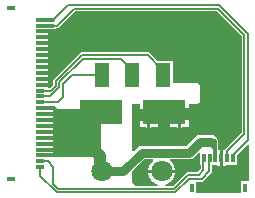
<source format=gtl>
G04*
G04 #@! TF.GenerationSoftware,Altium Limited,Altium Designer,23.10.1 (27)*
G04*
G04 Layer_Physical_Order=1*
G04 Layer_Color=255*
%FSLAX25Y25*%
%MOIN*%
G70*
G04*
G04 #@! TF.SameCoordinates,C1A9210B-CA7C-4178-8FF3-1732785E61EF*
G04*
G04*
G04 #@! TF.FilePolarity,Positive*
G04*
G01*
G75*
%ADD11C,0.00591*%
%ADD12R,0.14173X0.07874*%
%ADD13R,0.01575X0.03150*%
%ADD14R,0.01181X0.03150*%
%ADD15R,0.03150X0.01181*%
%ADD16R,0.03150X0.01575*%
%ADD17R,0.05118X0.07874*%
%ADD25C,0.03937*%
%ADD26C,0.01181*%
%ADD27C,0.03150*%
%ADD28R,0.16043X0.16339*%
%ADD29C,0.07087*%
%ADD30C,0.03543*%
G36*
X36400Y19079D02*
Y-13110D01*
X30956Y-18554D01*
X30760Y-18847D01*
X30734Y-18980D01*
X30126D01*
Y-21555D01*
Y-24130D01*
X31216D01*
Y-23720D01*
X34744D01*
Y-20667D01*
X38298Y-17113D01*
X38760Y-17304D01*
Y-29232D01*
X36122D01*
Y-33248D01*
X21161D01*
Y-29447D01*
X23031D01*
X23377Y-29378D01*
X23670Y-29182D01*
X26229Y-26623D01*
X26425Y-26330D01*
X26494Y-25984D01*
X26494Y-25984D01*
Y-23720D01*
X28035D01*
Y-24130D01*
X29126D01*
Y-21555D01*
Y-18980D01*
X28665D01*
Y-18400D01*
X28665Y-18400D01*
X28665Y-18400D01*
Y-15884D01*
X28573Y-15424D01*
X28312Y-15033D01*
X28312Y-15033D01*
X28203Y-14923D01*
X28081Y-14842D01*
X27841Y-14482D01*
X27124Y-14004D01*
X26280Y-13836D01*
X22539D01*
X21695Y-14004D01*
X20978Y-14482D01*
X17983Y-17477D01*
X3150D01*
X2305Y-17645D01*
X1588Y-18124D01*
X462Y-19250D01*
X0Y-19059D01*
Y-3395D01*
X2543D01*
Y-5799D01*
X18717D01*
Y-3395D01*
X21654D01*
X22106Y-3208D01*
X22160Y-3076D01*
X22166Y-3072D01*
X22384Y-2746D01*
X22460Y-2362D01*
Y2362D01*
X22384Y2746D01*
X22166Y3072D01*
X22160Y3076D01*
X22106Y3208D01*
X21654Y3395D01*
X13386D01*
Y10827D01*
X8364D01*
X5658Y13532D01*
X5365Y13728D01*
X5020Y13797D01*
X-16930D01*
X-16930Y13797D01*
X-17275Y13728D01*
X-17568Y13532D01*
X-26189Y4912D01*
X-26385Y4619D01*
X-26453Y4273D01*
Y2854D01*
X-27420Y1887D01*
X-28134D01*
Y2453D01*
X-30709D01*
Y3453D01*
X-28134D01*
Y4421D01*
X-30709D01*
Y5421D01*
X-28134D01*
Y6390D01*
X-30709D01*
Y7390D01*
X-28134D01*
Y8358D01*
X-30709D01*
Y9358D01*
X-28134D01*
Y10327D01*
X-30709D01*
Y11327D01*
X-28134D01*
Y12295D01*
X-30709D01*
Y13295D01*
X-28134D01*
Y14264D01*
X-30709D01*
Y15264D01*
X-28134D01*
Y16232D01*
X-30709D01*
Y17232D01*
X-28134D01*
Y18201D01*
X-30709D01*
Y19201D01*
X-28134D01*
Y20169D01*
X-30709D01*
Y21169D01*
X-28134D01*
Y21433D01*
X-26378D01*
X-25917Y21525D01*
X-25604Y21735D01*
X-25000D01*
X-24654Y21803D01*
X-24361Y21999D01*
X-19016Y27345D01*
X28134D01*
X36400Y19079D01*
D02*
G37*
G36*
X22539Y-19873D02*
Y-23720D01*
X22719D01*
Y-25216D01*
X21673Y-26262D01*
X18408D01*
X18063Y-26331D01*
X17770Y-26527D01*
X13408Y-30888D01*
X10948D01*
X10882Y-30388D01*
X11517Y-30218D01*
X12553Y-29620D01*
X13399Y-28774D01*
X13997Y-27738D01*
X14307Y-26582D01*
Y-26484D01*
X5221D01*
Y-26582D01*
X5530Y-27738D01*
X6128Y-28774D01*
X6974Y-29620D01*
X8010Y-30218D01*
X8646Y-30388D01*
X8580Y-30888D01*
X1065D01*
X0Y-29823D01*
Y-25957D01*
X4064Y-21893D01*
X6852D01*
X6881Y-22002D01*
X6930Y-22393D01*
X6128Y-23195D01*
X5530Y-24231D01*
X5221Y-25386D01*
Y-25484D01*
X14307D01*
Y-25386D01*
X13997Y-24231D01*
X13399Y-23195D01*
X12597Y-22393D01*
X12646Y-22002D01*
X12676Y-21893D01*
X18898D01*
X19742Y-21725D01*
X20459Y-21246D01*
X22039Y-19666D01*
X22539Y-19873D01*
D02*
G37*
%LPC*%
G36*
X18717Y-6799D02*
X2543D01*
Y-11236D01*
X4428D01*
X4442Y-11244D01*
X5012Y-11397D01*
Y-8661D01*
X6012D01*
Y-11397D01*
X6582Y-11244D01*
X6595Y-11236D01*
X9546D01*
X9560Y-11244D01*
X10130Y-11397D01*
Y-8661D01*
X11130D01*
Y-11397D01*
X11700Y-11244D01*
X11714Y-11236D01*
X14664D01*
X14678Y-11244D01*
X15248Y-11397D01*
Y-8661D01*
X16248D01*
Y-11397D01*
X16818Y-11244D01*
X16832Y-11236D01*
X18717D01*
Y-6799D01*
D02*
G37*
%LPD*%
D11*
X23622Y-21654D02*
X23720Y-21555D01*
X23622Y-25591D02*
Y-21654D01*
X22047Y-27165D02*
X23622Y-25591D01*
X14272Y-32972D02*
X18701Y-28543D01*
X23031D01*
X18408Y-27165D02*
X22047D01*
X13782Y-31791D02*
X18408Y-27165D01*
X23031Y-28543D02*
X25591Y-25984D01*
X-25197Y-32972D02*
X14272D01*
X-24708Y-31791D02*
X13782D01*
X-26378Y-30121D02*
X-24708Y-31791D01*
X-26378Y-30121D02*
Y-24409D01*
X-30709Y-22638D02*
X-28150D01*
X-26378Y-24409D01*
X25591Y-21654D02*
X25689Y-21555D01*
X25591Y-25984D02*
Y-21654D01*
X-30709Y-27461D02*
Y-24606D01*
Y-27461D02*
X-25197Y-32972D01*
X-26378Y22638D02*
X-25000D01*
X-19390Y28248D01*
X28508D01*
X-21555Y29429D02*
X28998D01*
X28508Y28248D02*
X37303Y19453D01*
X28998Y29429D02*
X38484Y19942D01*
Y-15650D02*
Y19942D01*
X31594Y-19193D02*
X37303Y-13484D01*
Y19453D01*
X31594Y-21555D02*
Y-19193D01*
X-26378Y24606D02*
X-21555Y29429D01*
X33563Y-20571D02*
X38484Y-15650D01*
X33563Y-21555D02*
Y-20571D01*
X5020Y12894D02*
X9941Y7972D01*
X-3839Y11516D02*
X-246Y7923D01*
X-20184Y6299D02*
X-10236D01*
X-23188Y3295D02*
X-20184Y6299D01*
X-25550Y4273D02*
X-16930Y12894D01*
X-24369Y3784D02*
X-16637Y11516D01*
X-27046Y984D02*
X-25550Y2480D01*
X-24902Y-2953D02*
X-23188Y-1239D01*
X-24369Y1991D02*
Y3784D01*
X-27344Y-984D02*
X-24369Y1991D01*
X-23188Y-1239D02*
Y3295D01*
X-25550Y2480D02*
Y4273D01*
X-16930Y12894D02*
X5020D01*
X-16637Y11516D02*
X-3839D01*
X-30709Y984D02*
X-27046D01*
X-30709Y-984D02*
X-27344D01*
X-30709Y-2953D02*
X-24902D01*
D12*
X10630Y-6299D02*
D03*
X-10630D02*
D03*
D13*
X19783Y-31398D02*
D03*
X37500D02*
D03*
D14*
X31594Y-21555D02*
D03*
X29626D02*
D03*
X27657D02*
D03*
X33563D02*
D03*
X25689D02*
D03*
X23720D02*
D03*
D15*
X-30709Y22638D02*
D03*
Y20669D02*
D03*
Y18701D02*
D03*
Y14764D02*
D03*
Y12795D02*
D03*
Y10827D02*
D03*
Y6890D02*
D03*
Y4921D02*
D03*
Y2953D02*
D03*
Y984D02*
D03*
Y-984D02*
D03*
Y-2953D02*
D03*
Y-4921D02*
D03*
Y-6890D02*
D03*
Y-10827D02*
D03*
Y-12795D02*
D03*
Y-14764D02*
D03*
Y-18701D02*
D03*
Y-20669D02*
D03*
Y-22638D02*
D03*
Y24606D02*
D03*
Y16732D02*
D03*
Y8858D02*
D03*
Y-8858D02*
D03*
Y-16732D02*
D03*
Y-24606D02*
D03*
D16*
X-40551Y28543D02*
D03*
Y-28543D02*
D03*
D17*
X0Y6299D02*
D03*
X10236D02*
D03*
X-10236D02*
D03*
D25*
X-18356Y-13238D02*
X-10839Y-20756D01*
Y-25382D02*
Y-20756D01*
X-18356Y-13238D02*
Y-13091D01*
X-10839Y-25382D02*
X-10236Y-25984D01*
X10130Y-7193D02*
X10630Y-6693D01*
Y-8661D02*
Y-6693D01*
X21161D01*
X2543Y-7193D02*
X10130D01*
X10630Y-13976D02*
Y-8661D01*
X21161Y-6693D02*
X21752Y-6102D01*
D26*
X-26181Y-4921D02*
X-25197Y-5906D01*
X27351Y-15775D02*
X27461Y-15884D01*
Y-17224D02*
Y-15884D01*
Y-18400D02*
Y-17224D01*
Y-20028D02*
Y-18400D01*
X26039Y-16978D02*
X27461Y-18400D01*
X26280Y-16043D02*
X27461Y-17224D01*
Y-20028D02*
X27657Y-20225D01*
Y-21555D02*
Y-20225D01*
X-27165Y2953D02*
Y4746D01*
X-26990Y4921D01*
X-30709D02*
X-26990D01*
X-30709Y2953D02*
X-27165D01*
X-30709Y24606D02*
X-26378D01*
X-30709Y22638D02*
X-26378D01*
X-30709Y20669D02*
X-26378D01*
X-30709Y18701D02*
X-26378D01*
X-30709Y16732D02*
X-26378D01*
X-30709Y14764D02*
X-26378D01*
X-30709Y12795D02*
X-26378D01*
X-30709Y10827D02*
X-26378D01*
X-30709Y8858D02*
X-26378D01*
X-30709Y6890D02*
X-26378D01*
X-30709Y-20669D02*
X-26378D01*
X-30709Y-18701D02*
X-26378D01*
X-30709Y-16732D02*
X-26378D01*
X-30709Y-14764D02*
X-26378D01*
X-30709Y-12795D02*
X-26378D01*
X-30709Y-10827D02*
X-26378D01*
X-30709Y-8858D02*
X-26378D01*
X-30709Y-6890D02*
X-26378D01*
X-30709Y-4921D02*
X-26181D01*
D27*
X18898Y-19685D02*
X22539Y-16043D01*
X3150Y-19685D02*
X18898D01*
X-3150Y-25984D02*
X3150Y-19685D01*
X22539Y-16043D02*
X26280D01*
X-10236Y-25984D02*
X-3150D01*
D28*
X-18356Y-13091D02*
D03*
D29*
X9764Y-25984D02*
D03*
X-10236D02*
D03*
D30*
X-12992Y-5118D02*
D03*
X-7874D02*
D03*
X8268D02*
D03*
X12992D02*
D03*
X15748Y-8661D02*
D03*
X10630D02*
D03*
X5512D02*
D03*
X-5118D02*
D03*
X-10236D02*
D03*
X-15748D02*
D03*
X-10236Y8366D02*
D03*
X10335D02*
D03*
X197D02*
D03*
M02*

</source>
